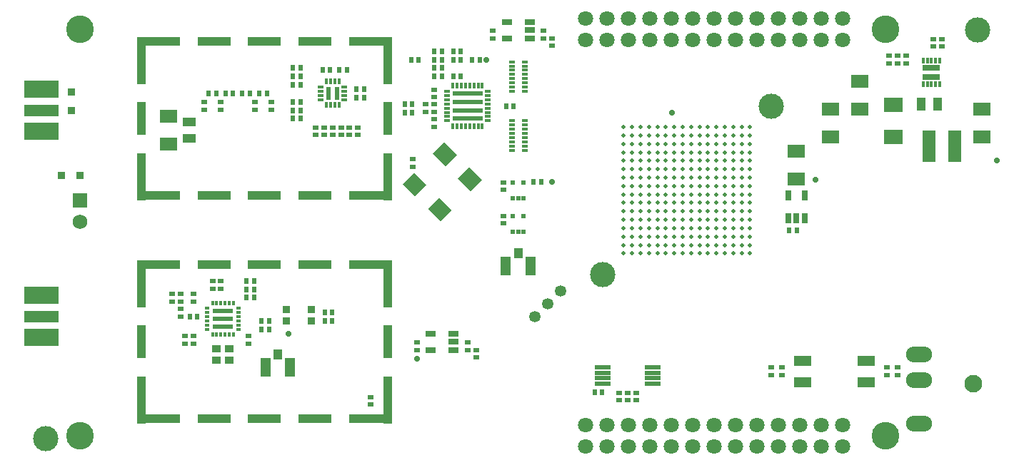
<source format=gts>
G04 (created by PCBNEW (2013-mar-25)-stable) date Thursday, May 05, 2016 07:05:57 AM*
%MOIN*%
G04 Gerber Fmt 3.4, Leading zero omitted, Abs format*
%FSLAX34Y34*%
G01*
G70*
G90*
G04 APERTURE LIST*
%ADD10C,0.006*%
%ADD11R,0.019685X0.0275591*%
%ADD12R,0.0826772X0.0629921*%
%ADD13R,0.0629921X0.145669*%
%ADD14R,0.0433071X0.0452756*%
%ADD15R,0.0452756X0.0905512*%
%ADD16R,0.0346457X0.038189*%
%ADD17R,0.0448819X0.0346457*%
%ADD18R,0.0314961X0.015748*%
%ADD19C,0.11811*%
%ADD20R,0.0314961X0.0137795*%
%ADD21R,0.0137795X0.0314961*%
%ADD22R,0.139764X0.0226378*%
%ADD23R,0.139764X0.023622*%
%ADD24R,0.0275591X0.0452756*%
%ADD25R,0.0452756X0.0275591*%
%ADD26C,0.019685*%
%ADD27R,0.0137795X0.0275591*%
%ADD28R,0.0826772X0.0255906*%
%ADD29R,0.023622X0.0137795*%
%ADD30R,0.0137795X0.023622*%
%ADD31R,0.0944882X0.023622*%
%ADD32R,0.0944882X0.019685*%
%ADD33R,0.0226378X0.0610236*%
%ADD34C,0.0708661*%
%ADD35C,0.128937*%
%ADD36R,0.038937X0.058937*%
%ADD37R,0.019685X0.023622*%
%ADD38C,0.0275591*%
%ADD39R,0.058937X0.038937*%
%ADD40R,0.0354331X0.0354331*%
%ADD41R,0.0688976X0.0688976*%
%ADD42C,0.0688976*%
%ADD43C,0.0531496*%
%ADD44R,0.0905512X0.0708661*%
%ADD45R,0.0275591X0.019685*%
%ADD46R,0.2X0.0433071*%
%ADD47R,0.0433071X0.222441*%
%ADD48R,0.153543X0.0433071*%
%ADD49R,0.0433071X0.153543*%
%ADD50R,0.0740157X0.0204724*%
%ADD51R,0.161417X0.0531496*%
%ADD52R,0.161417X0.0826772*%
%ADD53O,0.122047X0.0728346*%
%ADD54C,0.0826772*%
%ADD55R,0.0826772X0.0511811*%
G04 APERTURE END LIST*
G54D10*
G54D11*
X50118Y-32086D03*
X50472Y-32086D03*
X41161Y-43897D03*
X41515Y-43897D03*
G54D12*
X36811Y-35236D03*
X36811Y-33937D03*
G54D11*
X40472Y-41633D03*
X40826Y-41633D03*
G54D13*
X72332Y-35334D03*
X73533Y-35334D03*
G54D14*
X41929Y-45068D03*
G54D15*
X42509Y-45669D03*
X41348Y-45669D03*
G54D16*
X43509Y-42970D03*
X42316Y-42970D03*
X42316Y-43505D03*
X43509Y-43505D03*
G54D17*
X39064Y-45332D03*
X39675Y-45332D03*
X39675Y-44824D03*
X39064Y-44824D03*
G54D18*
X52854Y-34153D03*
X53444Y-34153D03*
X52854Y-34350D03*
X53444Y-34350D03*
X52854Y-34547D03*
X53444Y-34547D03*
X52854Y-34744D03*
X53444Y-34744D03*
X52854Y-34940D03*
X53444Y-34940D03*
X52854Y-35137D03*
X53444Y-35137D03*
X52854Y-35334D03*
X53444Y-35334D03*
X52854Y-35531D03*
X53444Y-35531D03*
X52854Y-31397D03*
X53444Y-31397D03*
X52854Y-31594D03*
X53444Y-31594D03*
X52854Y-31791D03*
X53444Y-31791D03*
X52854Y-31988D03*
X53444Y-31988D03*
X52854Y-32185D03*
X53444Y-32185D03*
X52854Y-32381D03*
X53444Y-32381D03*
X52854Y-32578D03*
X53444Y-32578D03*
X52854Y-32775D03*
X53444Y-32775D03*
G54D19*
X64960Y-33464D03*
X57086Y-41338D03*
G54D20*
X49842Y-32775D03*
X49842Y-32972D03*
X49842Y-33169D03*
X49842Y-33366D03*
X49842Y-33562D03*
X49842Y-33759D03*
X49842Y-33956D03*
X49842Y-34153D03*
G54D21*
X50098Y-34409D03*
X50295Y-34409D03*
X50492Y-34409D03*
X50688Y-34409D03*
X50885Y-34409D03*
X51082Y-34409D03*
X51279Y-34409D03*
X51476Y-34409D03*
G54D20*
X51732Y-34153D03*
X51732Y-33956D03*
X51732Y-33759D03*
X51732Y-33562D03*
X51732Y-33366D03*
X51732Y-33169D03*
X51732Y-32972D03*
X51732Y-32775D03*
G54D21*
X51476Y-32519D03*
X51279Y-32519D03*
X51082Y-32519D03*
X50885Y-32519D03*
X50688Y-32519D03*
X50492Y-32519D03*
X50295Y-32519D03*
X50098Y-32519D03*
G54D22*
X50787Y-34050D03*
G54D23*
X50787Y-33661D03*
X50787Y-33267D03*
G54D22*
X50787Y-32878D03*
G54D24*
X65767Y-38720D03*
X66141Y-38720D03*
X66515Y-38720D03*
X66515Y-37657D03*
X65767Y-37657D03*
G54D25*
X50137Y-44862D03*
X50137Y-44488D03*
X50137Y-44114D03*
X49074Y-44114D03*
X49074Y-44862D03*
X53681Y-30295D03*
X53681Y-29921D03*
X53681Y-29547D03*
X52618Y-29547D03*
X52618Y-30295D03*
G54D26*
X58070Y-40354D03*
X58070Y-39960D03*
X58070Y-39566D03*
X58070Y-39173D03*
X58070Y-38779D03*
X58070Y-38385D03*
X58070Y-37992D03*
X58070Y-37598D03*
X58070Y-37204D03*
X58070Y-36811D03*
X58070Y-36417D03*
X58070Y-36023D03*
X58070Y-35629D03*
X58070Y-35236D03*
X58070Y-34842D03*
X58070Y-34448D03*
X58464Y-40354D03*
X58464Y-39960D03*
X58464Y-39566D03*
X58464Y-39173D03*
X58464Y-38779D03*
X58464Y-38385D03*
X58464Y-37992D03*
X58464Y-37598D03*
X58464Y-37204D03*
X58464Y-36811D03*
X58464Y-36417D03*
X58464Y-36023D03*
X58464Y-35629D03*
X58464Y-35236D03*
X58464Y-34842D03*
X58464Y-34448D03*
X58858Y-40354D03*
X58858Y-39960D03*
X58858Y-39566D03*
X58858Y-39173D03*
X58858Y-38779D03*
X58858Y-38385D03*
X58858Y-37992D03*
X58858Y-37598D03*
X58858Y-37204D03*
X58858Y-36811D03*
X58858Y-36417D03*
X58858Y-36023D03*
X58858Y-35629D03*
X58858Y-35236D03*
X58858Y-34842D03*
X58858Y-34448D03*
X59251Y-40354D03*
X59251Y-39960D03*
X59251Y-39566D03*
X59251Y-39173D03*
X59251Y-38779D03*
X59251Y-38385D03*
X59251Y-37992D03*
X59251Y-37598D03*
X59251Y-37204D03*
X59251Y-36811D03*
X59251Y-36417D03*
X59251Y-36023D03*
X59251Y-35629D03*
X59251Y-35236D03*
X59251Y-34842D03*
X59251Y-34448D03*
X59645Y-40354D03*
X59645Y-39960D03*
X59645Y-39566D03*
X59645Y-39173D03*
X59645Y-38779D03*
X59645Y-38385D03*
X59645Y-37992D03*
X59645Y-37598D03*
X59645Y-37204D03*
X59645Y-36811D03*
X59645Y-36417D03*
X59645Y-36023D03*
X59645Y-35629D03*
X59645Y-35236D03*
X59645Y-34842D03*
X59645Y-34448D03*
X60039Y-40354D03*
X60039Y-39960D03*
X60039Y-39566D03*
X60039Y-39173D03*
X60039Y-38779D03*
X60039Y-38385D03*
X60039Y-37992D03*
X60039Y-37598D03*
X60039Y-37204D03*
X60039Y-36811D03*
X60039Y-36417D03*
X60039Y-36023D03*
X60039Y-35629D03*
X60039Y-35236D03*
X60039Y-34842D03*
X60039Y-34448D03*
X60433Y-40354D03*
X60433Y-39960D03*
X60433Y-39566D03*
X60433Y-39173D03*
X60433Y-38779D03*
X60433Y-38385D03*
X60433Y-37992D03*
X60433Y-37598D03*
X60433Y-37204D03*
X60433Y-36811D03*
X60433Y-36417D03*
X60433Y-36023D03*
X60433Y-35629D03*
X60433Y-35236D03*
X60433Y-34842D03*
X60433Y-34448D03*
X60826Y-40354D03*
X60826Y-39960D03*
X60826Y-39566D03*
X60826Y-39173D03*
X60826Y-38779D03*
X60826Y-38385D03*
X60826Y-37992D03*
X60826Y-37598D03*
X60826Y-37204D03*
X60826Y-36811D03*
X60826Y-36417D03*
X60826Y-36023D03*
X60826Y-35629D03*
X60826Y-35236D03*
X60826Y-34842D03*
X60826Y-34448D03*
X61220Y-40354D03*
X61220Y-39960D03*
X61220Y-39566D03*
X61220Y-39173D03*
X61220Y-38779D03*
X61220Y-38385D03*
X61220Y-37992D03*
X61220Y-37598D03*
X61220Y-37204D03*
X61220Y-36811D03*
X61220Y-36417D03*
X61220Y-36023D03*
X61220Y-35629D03*
X61220Y-35236D03*
X61220Y-34842D03*
X61220Y-34448D03*
X61614Y-40354D03*
X61614Y-39960D03*
X61614Y-39566D03*
X61614Y-39173D03*
X61614Y-38779D03*
X61614Y-38385D03*
X61614Y-37992D03*
X61614Y-37598D03*
X61614Y-37204D03*
X61614Y-36811D03*
X61614Y-36417D03*
X61614Y-36023D03*
X61614Y-35629D03*
X61614Y-35236D03*
X61614Y-34842D03*
X61614Y-34448D03*
X62007Y-40354D03*
X62007Y-39960D03*
X62007Y-39566D03*
X62007Y-39173D03*
X62007Y-38779D03*
X62007Y-38385D03*
X62007Y-37992D03*
X62007Y-37598D03*
X62007Y-37204D03*
X62007Y-36811D03*
X62007Y-36417D03*
X62007Y-36023D03*
X62007Y-35629D03*
X62007Y-35236D03*
X62007Y-34842D03*
X62007Y-34448D03*
X62401Y-40354D03*
X62401Y-39960D03*
X62401Y-39566D03*
X62401Y-39173D03*
X62401Y-38779D03*
X62401Y-38385D03*
X62401Y-37992D03*
X62401Y-37598D03*
X62401Y-37204D03*
X62401Y-36811D03*
X62401Y-36417D03*
X62401Y-36023D03*
X62401Y-35629D03*
X62401Y-35236D03*
X62401Y-34842D03*
X62401Y-34448D03*
X62795Y-40354D03*
X62795Y-39960D03*
X62795Y-39566D03*
X62795Y-39173D03*
X62795Y-38779D03*
X62795Y-38385D03*
X62795Y-37992D03*
X62795Y-37598D03*
X62795Y-37204D03*
X62795Y-36811D03*
X62795Y-36417D03*
X62795Y-36023D03*
X62795Y-35629D03*
X62795Y-35236D03*
X62795Y-34842D03*
X62795Y-34448D03*
X63188Y-40354D03*
X63188Y-39960D03*
X63188Y-39566D03*
X63188Y-39173D03*
X63188Y-38779D03*
X63188Y-38385D03*
X63188Y-37992D03*
X63188Y-37598D03*
X63188Y-37204D03*
X63188Y-36811D03*
X63188Y-36417D03*
X63188Y-36023D03*
X63188Y-35629D03*
X63188Y-35236D03*
X63188Y-34842D03*
X63188Y-34448D03*
X63582Y-40354D03*
X63582Y-39960D03*
X63582Y-39566D03*
X63582Y-39173D03*
X63582Y-38779D03*
X63582Y-38385D03*
X63582Y-37992D03*
X63582Y-37598D03*
X63582Y-37204D03*
X63582Y-36811D03*
X63582Y-36417D03*
X63582Y-36023D03*
X63582Y-35629D03*
X63582Y-35236D03*
X63582Y-34842D03*
X63582Y-34448D03*
X63976Y-40354D03*
X63976Y-39960D03*
X63976Y-39566D03*
X63976Y-39173D03*
X63976Y-38779D03*
X63976Y-38385D03*
X63976Y-37992D03*
X63976Y-37598D03*
X63976Y-37204D03*
X63976Y-36811D03*
X63976Y-36417D03*
X63976Y-36023D03*
X63976Y-35629D03*
X63976Y-35236D03*
X63976Y-34842D03*
X63976Y-34448D03*
G54D27*
X72047Y-31338D03*
X72244Y-31338D03*
X72440Y-31338D03*
X72637Y-31338D03*
X72834Y-31338D03*
X72637Y-32440D03*
X72834Y-32440D03*
X72440Y-32440D03*
X72244Y-32440D03*
X72047Y-32440D03*
G54D28*
X72440Y-31683D03*
X72440Y-32096D03*
G54D29*
X38641Y-42913D03*
X38641Y-43110D03*
X38641Y-43307D03*
X38641Y-43503D03*
X38641Y-43700D03*
X38641Y-43897D03*
G54D30*
X38877Y-44133D03*
X39074Y-44133D03*
X39271Y-44133D03*
X39468Y-44133D03*
X39665Y-44133D03*
X39862Y-44133D03*
G54D29*
X40098Y-43897D03*
X40098Y-43700D03*
X40098Y-43503D03*
X40098Y-43307D03*
X40098Y-43110D03*
X40098Y-42913D03*
G54D30*
X39862Y-42677D03*
X39665Y-42677D03*
X39468Y-42677D03*
X39271Y-42677D03*
X39074Y-42677D03*
X38877Y-42677D03*
G54D31*
X39370Y-43405D03*
G54D32*
X39370Y-43031D03*
X39370Y-43779D03*
G54D21*
X44192Y-33425D03*
X44389Y-33425D03*
X44586Y-33425D03*
X44783Y-33425D03*
G54D20*
X45039Y-33169D03*
X45039Y-32972D03*
X45039Y-32775D03*
X45039Y-32578D03*
G54D21*
X44783Y-32322D03*
X44586Y-32322D03*
X44389Y-32322D03*
X44192Y-32322D03*
G54D20*
X43937Y-32578D03*
X43937Y-32775D03*
X43937Y-32972D03*
X43937Y-33169D03*
G54D33*
X44296Y-32874D03*
X44680Y-32874D03*
G54D34*
X68305Y-48370D03*
X68305Y-49370D03*
X67305Y-48370D03*
X67305Y-49370D03*
X66305Y-48370D03*
X66305Y-49370D03*
X65305Y-48370D03*
X65305Y-49370D03*
X64305Y-48370D03*
X64305Y-49370D03*
X63305Y-48370D03*
X63305Y-49370D03*
X62305Y-48370D03*
X62305Y-49370D03*
X61305Y-48370D03*
X61305Y-49370D03*
X60305Y-48370D03*
X60305Y-49370D03*
X59305Y-48370D03*
X59305Y-49370D03*
X58305Y-48370D03*
X58305Y-49370D03*
X57305Y-48370D03*
X57305Y-49370D03*
X56305Y-48370D03*
X56305Y-49370D03*
X68305Y-29370D03*
X68305Y-30370D03*
X67305Y-29370D03*
X67305Y-30370D03*
X66305Y-29370D03*
X66305Y-30370D03*
X65305Y-29370D03*
X65305Y-30370D03*
X64305Y-29370D03*
X64305Y-30370D03*
X63305Y-29370D03*
X63305Y-30370D03*
X62305Y-29370D03*
X62305Y-30370D03*
X61305Y-29370D03*
X61305Y-30370D03*
X60305Y-29370D03*
X60305Y-30370D03*
X59305Y-29370D03*
X59305Y-30370D03*
X58305Y-29370D03*
X58305Y-30370D03*
X57305Y-29370D03*
X57305Y-30370D03*
X56305Y-29370D03*
X56305Y-30370D03*
G54D35*
X70305Y-29870D03*
X70305Y-48870D03*
X32677Y-29870D03*
X32677Y-48870D03*
G54D36*
X72722Y-33366D03*
X71962Y-33366D03*
G54D12*
X69094Y-32322D03*
X69094Y-33622D03*
X66141Y-36870D03*
X66141Y-35570D03*
X67716Y-34901D03*
X67716Y-33602D03*
X74803Y-34901D03*
X74803Y-33602D03*
G54D37*
X52893Y-37775D03*
X53149Y-37775D03*
X53405Y-37775D03*
X53405Y-37027D03*
X52893Y-37027D03*
G54D19*
X31102Y-49015D03*
G54D38*
X60334Y-33759D03*
G54D39*
X37795Y-34966D03*
X37795Y-34206D03*
G54D40*
X32283Y-32795D03*
X32283Y-33661D03*
G54D41*
X32677Y-37885D03*
G54D42*
X32677Y-38885D03*
G54D38*
X54724Y-37007D03*
X42421Y-44094D03*
G54D43*
X55118Y-42125D03*
X54527Y-42716D03*
X53937Y-43307D03*
G54D38*
X48425Y-45275D03*
X51673Y-31299D03*
X67027Y-36909D03*
X75492Y-36023D03*
G54D44*
X70669Y-34913D03*
X70669Y-33393D03*
G54D45*
X51181Y-44862D03*
X51181Y-45216D03*
X54724Y-30295D03*
X54724Y-30649D03*
G54D11*
X49586Y-30905D03*
X49232Y-30905D03*
X50472Y-30905D03*
X50118Y-30905D03*
X51358Y-31299D03*
X51003Y-31299D03*
X50118Y-31299D03*
X50472Y-31299D03*
G54D45*
X70472Y-31476D03*
X70472Y-31122D03*
G54D11*
X49586Y-31299D03*
X49232Y-31299D03*
X49586Y-31692D03*
X49232Y-31692D03*
G54D45*
X50787Y-44862D03*
X50787Y-44507D03*
X48425Y-44862D03*
X48425Y-44507D03*
X54330Y-30295D03*
X54330Y-29940D03*
X51968Y-30295D03*
X51968Y-29940D03*
X71259Y-31122D03*
X71259Y-31476D03*
G54D11*
X56712Y-46850D03*
X57066Y-46850D03*
G54D45*
X70866Y-31476D03*
X70866Y-31122D03*
X72539Y-30334D03*
X72539Y-30688D03*
G54D11*
X42992Y-34055D03*
X42637Y-34055D03*
X42637Y-31692D03*
X42992Y-31692D03*
X65807Y-39271D03*
X66161Y-39271D03*
X53858Y-37007D03*
X54212Y-37007D03*
X48503Y-31299D03*
X48149Y-31299D03*
G54D45*
X48818Y-33385D03*
X48818Y-33740D03*
G54D11*
X47854Y-33366D03*
X48208Y-33366D03*
X47854Y-33759D03*
X48208Y-33759D03*
G54D45*
X72933Y-30688D03*
X72933Y-30334D03*
X44881Y-34468D03*
X44881Y-34822D03*
G54D11*
X42637Y-32480D03*
X42992Y-32480D03*
X42637Y-33267D03*
X42992Y-33267D03*
G54D45*
X46259Y-47066D03*
X46259Y-47421D03*
G54D11*
X44114Y-43503D03*
X44468Y-43503D03*
G54D45*
X57874Y-47224D03*
X57874Y-46870D03*
X58661Y-47224D03*
X58661Y-46870D03*
X58267Y-47224D03*
X58267Y-46870D03*
X45275Y-34822D03*
X45275Y-34468D03*
G54D11*
X44803Y-31791D03*
X45157Y-31791D03*
X44370Y-31791D03*
X44015Y-31791D03*
G54D45*
X43700Y-34822D03*
X43700Y-34468D03*
X44094Y-34822D03*
X44094Y-34468D03*
X45669Y-34822D03*
X45669Y-34468D03*
X52460Y-37027D03*
X52460Y-37381D03*
G54D11*
X42637Y-32086D03*
X42992Y-32086D03*
X42637Y-33661D03*
X42992Y-33661D03*
X52578Y-33464D03*
X52933Y-33464D03*
G54D45*
X49212Y-34429D03*
X49212Y-34074D03*
G54D11*
X49232Y-32086D03*
X49586Y-32086D03*
G54D45*
X49212Y-33385D03*
X49212Y-33740D03*
G54D11*
X41161Y-43503D03*
X41515Y-43503D03*
G54D45*
X37992Y-42244D03*
X37992Y-42598D03*
X40551Y-44212D03*
X40551Y-44566D03*
X38877Y-41653D03*
X38877Y-42007D03*
X39271Y-41653D03*
X39271Y-42007D03*
X37992Y-44212D03*
X37992Y-44566D03*
G54D11*
X44114Y-43110D03*
X44468Y-43110D03*
X40472Y-42027D03*
X40826Y-42027D03*
X40472Y-42421D03*
X40826Y-42421D03*
X38700Y-32874D03*
X39055Y-32874D03*
X39488Y-32874D03*
X39842Y-32874D03*
X40275Y-32874D03*
X40629Y-32874D03*
X41062Y-32874D03*
X41417Y-32874D03*
G54D45*
X37401Y-43307D03*
X37401Y-42952D03*
X44488Y-34468D03*
X44488Y-34822D03*
G54D11*
X45590Y-33070D03*
X45944Y-33070D03*
X45590Y-32677D03*
X45944Y-32677D03*
G54D45*
X49212Y-32696D03*
X49212Y-33051D03*
X37598Y-44212D03*
X37598Y-44566D03*
X37401Y-42244D03*
X37401Y-42598D03*
X38484Y-33287D03*
X38484Y-33641D03*
X39271Y-33287D03*
X39271Y-33641D03*
X40846Y-33287D03*
X40846Y-33641D03*
X41633Y-33287D03*
X41633Y-33641D03*
G54D11*
X37814Y-43307D03*
X38169Y-43307D03*
G54D45*
X48228Y-36299D03*
X48228Y-35944D03*
G54D14*
X53149Y-40344D03*
G54D15*
X53730Y-40944D03*
X52568Y-40944D03*
G54D45*
X52460Y-38602D03*
X52460Y-38956D03*
G54D37*
X52893Y-39350D03*
X53149Y-39350D03*
X53405Y-39350D03*
X53405Y-38602D03*
X52893Y-38602D03*
G54D10*
G36*
X50040Y-38327D02*
X49511Y-38856D01*
X48927Y-38271D01*
X49455Y-37742D01*
X50040Y-38327D01*
X50040Y-38327D01*
G37*
G36*
X51454Y-36913D02*
X50925Y-37442D01*
X50341Y-36857D01*
X50870Y-36328D01*
X51454Y-36913D01*
X51454Y-36913D01*
G37*
G36*
X50285Y-35743D02*
X49756Y-36272D01*
X49172Y-35688D01*
X49700Y-35159D01*
X50285Y-35743D01*
X50285Y-35743D01*
G37*
G36*
X48871Y-37158D02*
X48342Y-37687D01*
X47757Y-37102D01*
X48286Y-36573D01*
X48871Y-37158D01*
X48871Y-37158D01*
G37*
G54D19*
X74606Y-29921D03*
G54D46*
X46263Y-37657D03*
G54D47*
X47047Y-36761D03*
G54D48*
X43669Y-37657D03*
X41307Y-37657D03*
X38944Y-37657D03*
G54D46*
X36350Y-37657D03*
G54D47*
X35566Y-36761D03*
G54D49*
X35566Y-34055D03*
G54D47*
X35566Y-31348D03*
G54D46*
X36350Y-30452D03*
G54D48*
X38944Y-30452D03*
X41307Y-30452D03*
G54D49*
X47047Y-34055D03*
G54D47*
X47047Y-31348D03*
G54D46*
X46263Y-30452D03*
G54D48*
X43669Y-30452D03*
G54D46*
X46263Y-48090D03*
G54D47*
X47047Y-47194D03*
G54D48*
X43669Y-48090D03*
X41307Y-48090D03*
X38944Y-48090D03*
G54D46*
X36350Y-48090D03*
G54D47*
X35566Y-47194D03*
G54D49*
X35566Y-44488D03*
G54D47*
X35566Y-41781D03*
G54D46*
X36350Y-40885D03*
G54D48*
X38944Y-40885D03*
X41307Y-40885D03*
G54D49*
X47047Y-44488D03*
G54D47*
X47047Y-41781D03*
G54D46*
X46263Y-40885D03*
G54D48*
X43669Y-40885D03*
G54D40*
X31811Y-36712D03*
X32677Y-36712D03*
G54D50*
X59437Y-46446D03*
X59437Y-46190D03*
X59437Y-45935D03*
X59437Y-45679D03*
X57098Y-45679D03*
X57098Y-45935D03*
X57098Y-46190D03*
X57098Y-46446D03*
G54D51*
X30905Y-43307D03*
G54D52*
X30905Y-44291D03*
X30905Y-42322D03*
G54D51*
X30905Y-33661D03*
G54D52*
X30905Y-34645D03*
X30905Y-32677D03*
G54D45*
X70374Y-45688D03*
X70374Y-46043D03*
X70866Y-45688D03*
X70866Y-46043D03*
X64960Y-45688D03*
X64960Y-46043D03*
X65452Y-45688D03*
X65452Y-46043D03*
G54D53*
X71850Y-45078D03*
X71850Y-46259D03*
X71850Y-48307D03*
G54D54*
X74409Y-46456D03*
G54D55*
X66437Y-45366D03*
X69389Y-45366D03*
X66437Y-46366D03*
X69389Y-46366D03*
G54D45*
X37007Y-42598D03*
X37007Y-42244D03*
M02*

</source>
